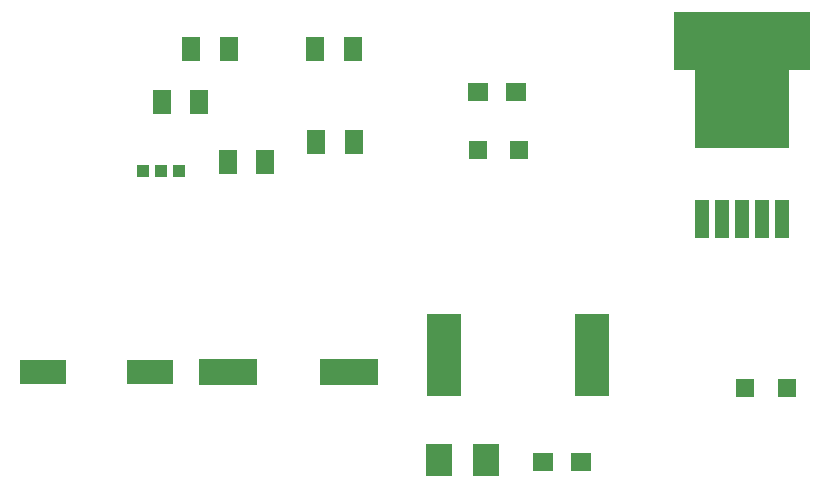
<source format=gtp>
G04 Layer: TopPasteMaskLayer*
G04 EasyEDA v6.5.23, 2023-04-09 10:26:07*
G04 330b7c5f45e04ff093bb28af9a5d1234,10*
G04 Gerber Generator version 0.2*
G04 Scale: 100 percent, Rotated: No, Reflected: No *
G04 Dimensions in millimeters *
G04 leading zeros omitted , absolute positions ,4 integer and 5 decimal *
%FSLAX45Y45*%
%MOMM*%

%AMMACRO1*4,1,8,-4.0008,-5.7819,-4.0008,0.8221,-5.7788,0.8221,-5.7788,5.7819,5.7788,5.7819,5.7788,0.8221,3.9997,0.8221,3.9997,-5.7819,-4.0008,-5.7819,0*%
%ADD10R,1.1000X1.1000*%
%ADD11R,1.6002X2.0000*%
%ADD12R,1.5000X1.5000*%
%ADD13R,1.8000X1.6000*%
%ADD14R,3.0000X7.0000*%
%ADD15R,5.0000X2.3000*%
%ADD16R,4.0000X2.0000*%
%ADD17R,1.1500X3.2000*%
%ADD18MACRO1*%
%ADD19R,2.2900X2.7200*%

%LPD*%
D10*
G01*
X1574800Y3848100D03*
G01*
X1422400Y3848100D03*
G01*
X1270000Y3848100D03*
D11*
G01*
X1427505Y4432300D03*
G01*
X1747494Y4432300D03*
D12*
G01*
X4102100Y4025900D03*
G01*
X4453254Y4025671D03*
D13*
G01*
X4429404Y4519599D03*
G01*
X4109389Y4519599D03*
D14*
G01*
X3815003Y2286000D03*
G01*
X5074996Y2286000D03*
D15*
G01*
X1991918Y2146300D03*
G01*
X3011906Y2146300D03*
D16*
G01*
X426313Y2146300D03*
G01*
X1326286Y2146300D03*
D17*
G01*
X6684009Y3443452D03*
G01*
X6513829Y3443452D03*
G01*
X6173470Y3443452D03*
G01*
X6343650Y3443452D03*
G01*
X6003290Y3443452D03*
D18*
G01*
X6343705Y4616805D03*
D19*
G01*
X4177614Y1397000D03*
G01*
X3772611Y1397000D03*
D11*
G01*
X3056534Y4094098D03*
G01*
X2736545Y4094098D03*
G01*
X2728010Y4876800D03*
G01*
X3048000Y4876800D03*
G01*
X1673910Y4876800D03*
G01*
X1993900Y4876800D03*
G01*
X1986305Y3924300D03*
G01*
X2306294Y3924300D03*
D12*
G01*
X6367145Y2006828D03*
G01*
X6718300Y2006600D03*
D13*
G01*
X4978400Y1384300D03*
G01*
X4658385Y1384300D03*
M02*

</source>
